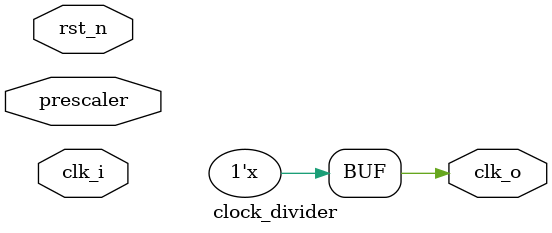
<source format=v>

module clock_divider
#(parameter COUNTER_WIDTH = 8)
(
	input clk_i, rst_n,
	input [COUNTER_WIDTH-1:0] prescaler,
	output reg clk_o
);

reg [COUNTER_WIDTH-1:0] counter;

always @(posedge clk_i or negedge rst_n)
	begin
		if(!rst_n)
		begin
			clk_o <= 0;
			counter <= 0;
		end
		else
			counter <= counter + 1;
	end

always @(counter)
	begin
		if (counter == prescaler)
		begin
			clk_o = ~clk_o;
			counter = 0;
		end
	end

endmodule

</source>
